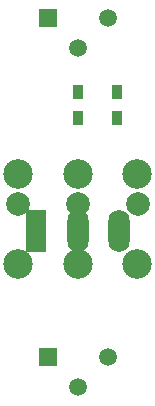
<source format=gbr>
%TF.GenerationSoftware,KiCad,Pcbnew,(5.1.9-0-10_14)*%
%TF.CreationDate,2021-10-27T21:19:31+01:00*%
%TF.ProjectId,Temp~Sensor,54656d70-7e53-4656-9e73-6f722e6b6963,rev?*%
%TF.SameCoordinates,Original*%
%TF.FileFunction,Soldermask,Top*%
%TF.FilePolarity,Negative*%
%FSLAX46Y46*%
G04 Gerber Fmt 4.6, Leading zero omitted, Abs format (unit mm)*
G04 Created by KiCad (PCBNEW (5.1.9-0-10_14)) date 2021-10-27 21:19:31*
%MOMM*%
%LPD*%
G01*
G04 APERTURE LIST*
%ADD10C,1.520000*%
%ADD11R,1.520000X1.520000*%
%ADD12R,0.900000X1.200000*%
%ADD13R,1.800000X3.600000*%
%ADD14O,1.800000X3.600000*%
%ADD15C,2.500000*%
%ADD16C,2.000000*%
G04 APERTURE END LIST*
D10*
%TO.C,U2*%
X132080000Y-109220000D03*
X134620000Y-106680000D03*
D11*
X129540000Y-106680000D03*
%TD*%
D10*
%TO.C,U1*%
X132080000Y-80518000D03*
X134620000Y-77978000D03*
D11*
X129540000Y-77978000D03*
%TD*%
D12*
%TO.C,R1*%
X135382000Y-86444000D03*
X135382000Y-84244000D03*
%TD*%
%TO.C,D1*%
X132080000Y-84244000D03*
X132080000Y-86444000D03*
%TD*%
D13*
%TO.C,J1*%
X128524000Y-96012000D03*
D14*
X132024000Y-96012000D03*
X135524000Y-96012000D03*
%TD*%
D15*
%TO.C,J2*%
X137000000Y-98806000D03*
X132000000Y-98806000D03*
X127000000Y-98806000D03*
X137000000Y-91186000D03*
X132000000Y-91186000D03*
X127000000Y-91186000D03*
%TD*%
D16*
%TO.C,J3*%
X137160000Y-98806000D03*
X132080000Y-98806000D03*
X127000000Y-98806000D03*
X137160000Y-93726000D03*
X132080000Y-93726000D03*
X127000000Y-93726000D03*
%TD*%
M02*

</source>
